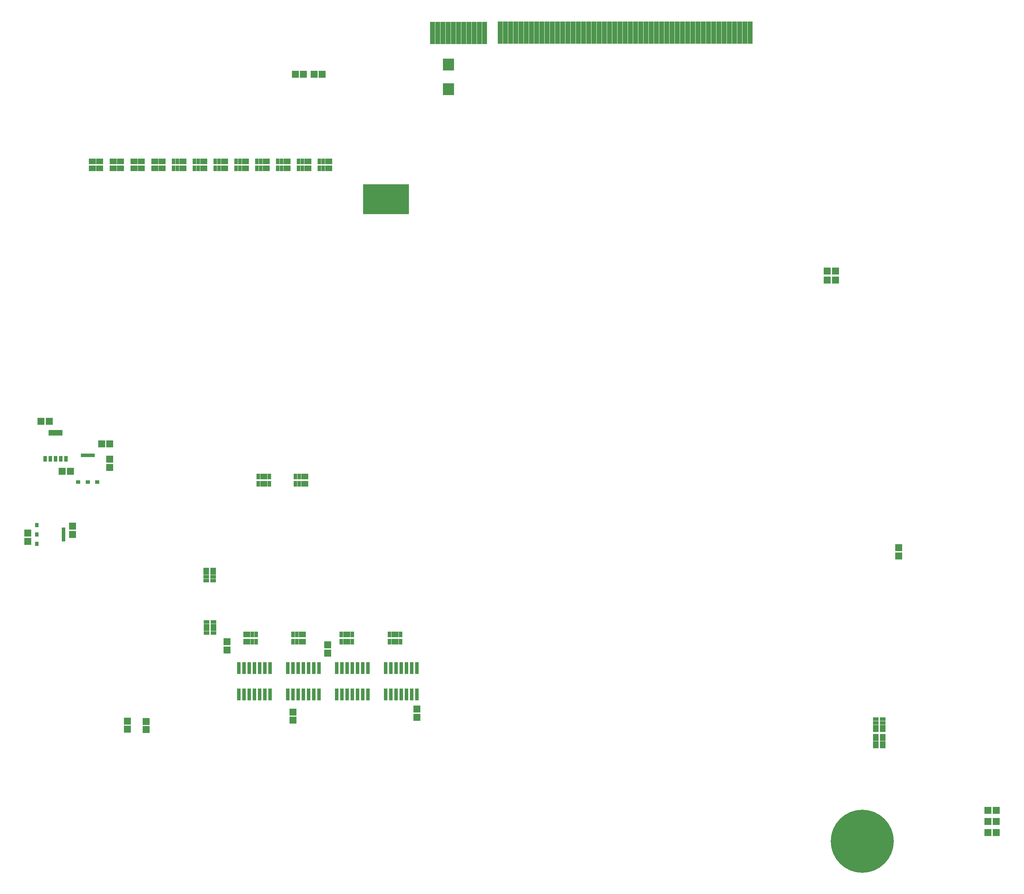
<source format=gtp>
G04 Layer_Color=8421504*
%FSLAX44Y44*%
%MOMM*%
G71*
G01*
G75*
%ADD61R,1.6700X1.6700*%
%ADD62R,0.8500X1.4000*%
%ADD63R,1.4000X0.8500*%
%ADD64R,1.6700X1.6700*%
%ADD65R,11.2000X7.4000*%
%ADD66R,0.9000X3.4000*%
%ADD67R,0.9000X1.1000*%
%ADD68R,1.2000X5.4800*%
%ADD69R,3.4000X1.4000*%
%ADD70R,0.9000X1.4000*%
%ADD71R,3.4000X0.9000*%
%ADD72R,1.1000X0.9000*%
%ADD73R,2.8000X3.0000*%
%ADD74R,0.9100X2.9000*%
%ADD75C,15.4000*%
D61*
X6376000Y6163750D02*
D03*
Y6183750D02*
D03*
X7125000Y5554250D02*
D03*
Y5574250D02*
D03*
X6662250Y5738500D02*
D03*
Y5718500D02*
D03*
X6907500Y5731000D02*
D03*
Y5711000D02*
D03*
X6822500Y5547000D02*
D03*
Y5567000D02*
D03*
X6465000Y5544000D02*
D03*
Y5524000D02*
D03*
X6419000Y5545000D02*
D03*
Y5525000D02*
D03*
X8300000Y5948000D02*
D03*
Y5968000D02*
D03*
X6285500Y6000500D02*
D03*
Y6020500D02*
D03*
X6176000Y5983500D02*
D03*
Y6003500D02*
D03*
D62*
X6967416Y5756000D02*
D03*
X6958417D02*
D03*
X6949417D02*
D03*
X6940417D02*
D03*
X6967416Y5739000D02*
D03*
X6958417D02*
D03*
X6949417D02*
D03*
X6940417D02*
D03*
X6823000D02*
D03*
X6832000D02*
D03*
X6841000D02*
D03*
X6850000D02*
D03*
X6823000Y5756000D02*
D03*
X6832000D02*
D03*
X6841000D02*
D03*
X6850000D02*
D03*
X7085250D02*
D03*
X7076250D02*
D03*
X7067250D02*
D03*
X7058250D02*
D03*
X7085250Y5739000D02*
D03*
X7076250D02*
D03*
X7067250D02*
D03*
X7058250D02*
D03*
X6705750D02*
D03*
X6714750D02*
D03*
X6723750D02*
D03*
X6732750D02*
D03*
X6705750Y5756000D02*
D03*
X6714750D02*
D03*
X6723750D02*
D03*
X6732750D02*
D03*
X6785909Y6893750D02*
D03*
X6794909D02*
D03*
X6803909D02*
D03*
X6812909D02*
D03*
X6785909Y6910750D02*
D03*
X6794909D02*
D03*
X6803909D02*
D03*
X6812909D02*
D03*
X6735114Y6893750D02*
D03*
X6744114D02*
D03*
X6753113D02*
D03*
X6762114D02*
D03*
X6735114Y6910750D02*
D03*
X6744114D02*
D03*
X6753113D02*
D03*
X6762114D02*
D03*
X6887500Y6893750D02*
D03*
X6896500D02*
D03*
X6905500D02*
D03*
X6914500D02*
D03*
X6887500Y6910750D02*
D03*
X6896500D02*
D03*
X6905500D02*
D03*
X6914500D02*
D03*
X6836705Y6893750D02*
D03*
X6845704D02*
D03*
X6854705D02*
D03*
X6863705D02*
D03*
X6836705Y6910750D02*
D03*
X6845704D02*
D03*
X6854705D02*
D03*
X6863705D02*
D03*
X6856000Y6141250D02*
D03*
X6847000D02*
D03*
X6838000D02*
D03*
X6829000D02*
D03*
X6856000Y6124250D02*
D03*
X6847000D02*
D03*
X6838000D02*
D03*
X6829000D02*
D03*
X6765000Y6141250D02*
D03*
X6756000D02*
D03*
X6747000D02*
D03*
X6738000D02*
D03*
X6765000Y6124250D02*
D03*
X6756000D02*
D03*
X6747000D02*
D03*
X6738000D02*
D03*
X6328750Y6893750D02*
D03*
X6337750D02*
D03*
X6346750D02*
D03*
X6355750D02*
D03*
X6328750Y6910750D02*
D03*
X6337750D02*
D03*
X6346750D02*
D03*
X6355750D02*
D03*
X6379545Y6893750D02*
D03*
X6388546D02*
D03*
X6397546D02*
D03*
X6406545D02*
D03*
X6379545Y6910750D02*
D03*
X6388546D02*
D03*
X6397546D02*
D03*
X6406545D02*
D03*
X6457341D02*
D03*
X6448341D02*
D03*
X6439341D02*
D03*
X6430341D02*
D03*
X6457341Y6893750D02*
D03*
X6448341D02*
D03*
X6439341D02*
D03*
X6430341D02*
D03*
X6481136D02*
D03*
X6490136D02*
D03*
X6499136D02*
D03*
X6508137D02*
D03*
X6481136Y6910750D02*
D03*
X6490136D02*
D03*
X6499136D02*
D03*
X6508137D02*
D03*
X6558932D02*
D03*
X6549932D02*
D03*
X6540932D02*
D03*
X6531932D02*
D03*
X6558932Y6893750D02*
D03*
X6549932D02*
D03*
X6540932D02*
D03*
X6531932D02*
D03*
X6582727D02*
D03*
X6591727D02*
D03*
X6600728D02*
D03*
X6609727D02*
D03*
X6582727Y6910750D02*
D03*
X6591727D02*
D03*
X6600728D02*
D03*
X6609727D02*
D03*
X6633523Y6893750D02*
D03*
X6642523D02*
D03*
X6651523D02*
D03*
X6660522D02*
D03*
X6633523Y6910750D02*
D03*
X6642523D02*
D03*
X6651523D02*
D03*
X6660522D02*
D03*
X6684318Y6893750D02*
D03*
X6693318D02*
D03*
X6702318D02*
D03*
X6711318D02*
D03*
X6684318Y6910750D02*
D03*
X6693318D02*
D03*
X6702318D02*
D03*
X6711318D02*
D03*
D63*
X6612250Y5786750D02*
D03*
Y5777750D02*
D03*
Y5768750D02*
D03*
Y5759750D02*
D03*
X6629250Y5786750D02*
D03*
Y5777750D02*
D03*
Y5768750D02*
D03*
Y5759750D02*
D03*
X8261500Y5482500D02*
D03*
Y5491500D02*
D03*
Y5500500D02*
D03*
Y5509500D02*
D03*
X8244500Y5482500D02*
D03*
Y5491500D02*
D03*
Y5500500D02*
D03*
Y5509500D02*
D03*
Y5549500D02*
D03*
Y5540500D02*
D03*
Y5531500D02*
D03*
Y5522500D02*
D03*
X8261500Y5549500D02*
D03*
Y5540500D02*
D03*
Y5531500D02*
D03*
Y5522500D02*
D03*
X6627750Y5888000D02*
D03*
Y5897000D02*
D03*
Y5906000D02*
D03*
Y5915000D02*
D03*
X6610750Y5888000D02*
D03*
Y5897000D02*
D03*
Y5906000D02*
D03*
Y5915000D02*
D03*
D64*
X8146000Y6643000D02*
D03*
X8126000D02*
D03*
X8146000Y6621000D02*
D03*
X8126000D02*
D03*
X8518000Y5273000D02*
D03*
X8538000D02*
D03*
X8518000Y5300000D02*
D03*
X8538000D02*
D03*
X8518000Y5327000D02*
D03*
X8538000D02*
D03*
X6208000Y6276000D02*
D03*
X6228000D02*
D03*
X6260000Y6154000D02*
D03*
X6280000D02*
D03*
X6356000Y6221250D02*
D03*
X6376000D02*
D03*
X6894000Y7123250D02*
D03*
X6874000D02*
D03*
X6828500D02*
D03*
X6848500D02*
D03*
D65*
X7049600Y6818250D02*
D03*
D66*
X6263000Y6000000D02*
D03*
D67*
X6198000Y5977000D02*
D03*
Y6000000D02*
D03*
Y6023000D02*
D03*
D68*
X7937800Y7224600D02*
D03*
X7925100D02*
D03*
X7912400D02*
D03*
X7899700D02*
D03*
X7887000D02*
D03*
X7874300D02*
D03*
X7861600D02*
D03*
X7848900D02*
D03*
X7836200D02*
D03*
X7823500D02*
D03*
X7810800D02*
D03*
X7785400D02*
D03*
X7772700D02*
D03*
X7760000D02*
D03*
X7747300D02*
D03*
X7734600D02*
D03*
X7721900D02*
D03*
X7709200D02*
D03*
X7696500D02*
D03*
X7683800D02*
D03*
X7671100D02*
D03*
X7658400D02*
D03*
X7645700D02*
D03*
X7633000D02*
D03*
X7620300D02*
D03*
X7607600D02*
D03*
X7594900D02*
D03*
X7582200D02*
D03*
X7569500D02*
D03*
X7556800D02*
D03*
X7544100D02*
D03*
X7531400D02*
D03*
X7518700D02*
D03*
X7506000D02*
D03*
X7493300D02*
D03*
X7467900D02*
D03*
X7480600D02*
D03*
X7455200D02*
D03*
X7442500D02*
D03*
X7429800D02*
D03*
X7417100D02*
D03*
X7404400D02*
D03*
X7391700D02*
D03*
X7379000D02*
D03*
X7366300D02*
D03*
X7353600D02*
D03*
X7340900D02*
D03*
X7328200D02*
D03*
X7290000Y7224000D02*
D03*
X7277300D02*
D03*
X7264600D02*
D03*
X7251900D02*
D03*
X7239200D02*
D03*
X7226500D02*
D03*
X7213800D02*
D03*
X7201100D02*
D03*
X7188400D02*
D03*
X7175700D02*
D03*
X7163000D02*
D03*
X7798100Y7224600D02*
D03*
D69*
X6243400Y6248500D02*
D03*
D70*
X6268800Y6185000D02*
D03*
X6256100D02*
D03*
X6243400D02*
D03*
X6230700D02*
D03*
X6218000D02*
D03*
D71*
X6322000Y6193000D02*
D03*
D72*
X6345000Y6128000D02*
D03*
X6322000D02*
D03*
X6299000D02*
D03*
D73*
X7202250Y7146250D02*
D03*
Y7086250D02*
D03*
D74*
X7125000Y5610250D02*
D03*
X7112300Y5610251D02*
D03*
X7099600D02*
D03*
X7086900D02*
D03*
X7074200D02*
D03*
X7061500D02*
D03*
X7048800D02*
D03*
Y5674250D02*
D03*
X7061500D02*
D03*
X7074200D02*
D03*
X7086900D02*
D03*
X7099600D02*
D03*
X7112300D02*
D03*
X7125000D02*
D03*
X6929366D02*
D03*
X6942067Y5674250D02*
D03*
X6954767D02*
D03*
X6967466D02*
D03*
X6980167D02*
D03*
X6992867D02*
D03*
X7005566D02*
D03*
Y5610250D02*
D03*
X6992867D02*
D03*
X6980167D02*
D03*
X6967466D02*
D03*
X6954767D02*
D03*
X6942067D02*
D03*
X6929366D02*
D03*
X6886133D02*
D03*
X6873433Y5610251D02*
D03*
X6860733D02*
D03*
X6848033D02*
D03*
X6835333D02*
D03*
X6822633D02*
D03*
X6809933D02*
D03*
Y5674250D02*
D03*
X6822633D02*
D03*
X6835333D02*
D03*
X6848033D02*
D03*
X6860733D02*
D03*
X6873433D02*
D03*
X6886133D02*
D03*
X6690500D02*
D03*
X6703200Y5674250D02*
D03*
X6715900D02*
D03*
X6728600D02*
D03*
X6741300D02*
D03*
X6754000D02*
D03*
X6766700D02*
D03*
Y5610250D02*
D03*
X6754000D02*
D03*
X6741300D02*
D03*
X6728600D02*
D03*
X6715900D02*
D03*
X6703200D02*
D03*
X6690500D02*
D03*
D75*
X8211000Y5252000D02*
D03*
M02*

</source>
